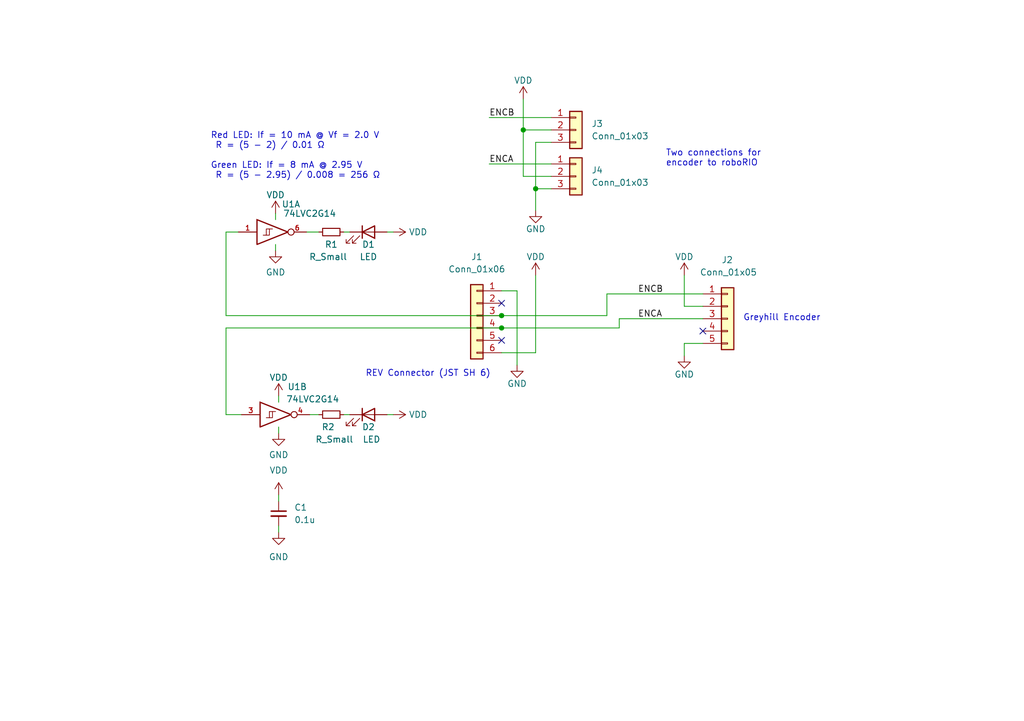
<source format=kicad_sch>
(kicad_sch (version 20211123) (generator eeschema)
  (paper "A5")
  (lib_symbols
    (symbol "74xGxx:74LVC2G14" (pin_names (offset 1.016))
      (property "Reference" "U" (at -2.54 3.81 0))
      (property "Value" "74LVC2G14" (at 0 -3.81 0))
      (symbol "74LVC2G14_0_1"
        (polyline (pts (xy -1.905 -0.635) (xy -1.27 -0.635) (xy -1.27 0.635)))
        (polyline (pts (xy -3.81 2.54) (xy -3.81 -2.54) (xy 2.54 0) (xy -3.81 2.54)) (stroke (width 0.254)))
        (polyline (pts (xy -2.54 -0.635) (xy -1.905 -0.635) (xy -1.905 0.635) (xy -0.635 0.635)))
        (pin power_in line (at 0 -2.54 270) (length 0) hide (name "GND") (number "2"))
        (pin power_in line (at 0 2.54 90) (length 0) hide (name "VCC") (number "5"))
      )
      (symbol "74LVC2G14_1_1"
        (pin input line (at -7.62 0 0) (length 3.81) (name "~") (number "1"))
        (pin output inverted (at 6.35 0 180) (length 3.81) (name "~") (number "6"))
      )
      (symbol "74LVC2G14_2_1"
        (pin input line (at -7.62 0 0) (length 3.81) (name "~") (number "3"))
        (pin output inverted (at 6.35 0 180) (length 3.81) (name "~") (number "4"))
      )
    )
    (symbol "Connector_Generic:Conn_01x03" (pin_names (offset 1.016) hide)
      (property "Reference" "J" (at 0 5.08 0))
      (property "Value" "Conn_01x03" (at 0 -5.08 0))
      (symbol "Conn_01x03_1_1"
        (rectangle (start -1.27 -2.413) (end 0 -2.667) (stroke (width 0.1524)))
        (rectangle (start -1.27 0.127) (end 0 -0.127) (stroke (width 0.1524)))
        (rectangle (start -1.27 2.667) (end 0 2.413) (stroke (width 0.1524)))
        (rectangle (start -1.27 3.81) (end 1.27 -3.81) (stroke (width 0.254)) (fill (type background)))
        (pin passive line (at -5.08 2.54 0) (length 3.81) (name "Pin_1") (number "1"))
        (pin passive line (at -5.08 0 0) (length 3.81) (name "Pin_2") (number "2"))
        (pin passive line (at -5.08 -2.54 0) (length 3.81) (name "Pin_3") (number "3"))
      )
    )
    (symbol "Connector_Generic:Conn_01x05" (pin_names (offset 1.016) hide)
      (property "Reference" "J" (at 0 7.62 0))
      (property "Value" "Conn_01x05" (at 0 -7.62 0))
      (symbol "Conn_01x05_1_1"
        (rectangle (start -1.27 -4.953) (end 0 -5.207) (stroke (width 0.1524)))
        (rectangle (start -1.27 -2.413) (end 0 -2.667) (stroke (width 0.1524)))
        (rectangle (start -1.27 0.127) (end 0 -0.127) (stroke (width 0.1524)))
        (rectangle (start -1.27 2.667) (end 0 2.413) (stroke (width 0.1524)))
        (rectangle (start -1.27 5.207) (end 0 4.953) (stroke (width 0.1524)))
        (rectangle (start -1.27 6.35) (end 1.27 -6.35) (stroke (width 0.254)) (fill (type background)))
        (pin passive line (at -5.08 5.08 0) (length 3.81) (name "Pin_1") (number "1"))
        (pin passive line (at -5.08 2.54 0) (length 3.81) (name "Pin_2") (number "2"))
        (pin passive line (at -5.08 0 0) (length 3.81) (name "Pin_3") (number "3"))
        (pin passive line (at -5.08 -2.54 0) (length 3.81) (name "Pin_4") (number "4"))
        (pin passive line (at -5.08 -5.08 0) (length 3.81) (name "Pin_5") (number "5"))
      )
    )
    (symbol "Connector_Generic:Conn_01x06" (pin_names (offset 1.016) hide)
      (property "Reference" "J" (at 0 7.62 0))
      (property "Value" "Conn_01x06" (at 0 -10.16 0))
      (symbol "Conn_01x06_1_1"
        (rectangle (start -1.27 -7.493) (end 0 -7.747) (stroke (width 0.1524)))
        (rectangle (start -1.27 -4.953) (end 0 -5.207) (stroke (width 0.1524)))
        (rectangle (start -1.27 -2.413) (end 0 -2.667) (stroke (width 0.1524)))
        (rectangle (start -1.27 0.127) (end 0 -0.127) (stroke (width 0.1524)))
        (rectangle (start -1.27 2.667) (end 0 2.413) (stroke (width 0.1524)))
        (rectangle (start -1.27 5.207) (end 0 4.953) (stroke (width 0.1524)))
        (rectangle (start -1.27 6.35) (end 1.27 -8.89) (stroke (width 0.254)) (fill (type background)))
        (pin passive line (at -5.08 5.08 0) (length 3.81) (name "Pin_1") (number "1"))
        (pin passive line (at -5.08 2.54 0) (length 3.81) (name "Pin_2") (number "2"))
        (pin passive line (at -5.08 0 0) (length 3.81) (name "Pin_3") (number "3"))
        (pin passive line (at -5.08 -2.54 0) (length 3.81) (name "Pin_4") (number "4"))
        (pin passive line (at -5.08 -5.08 0) (length 3.81) (name "Pin_5") (number "5"))
        (pin passive line (at -5.08 -7.62 0) (length 3.81) (name "Pin_6") (number "6"))
      )
    )
    (symbol "Device:C_Small" (pin_numbers hide) (pin_names (offset 0.254) hide)
      (property "Reference" "C" (at 0.254 1.778 0))
      (property "Value" "C_Small" (at 0.254 -2.032 0))
      (symbol "C_Small_0_1"
        (polyline (pts (xy -1.524 -0.508) (xy 1.524 -0.508)) (stroke (width 0.3302)))
        (polyline (pts (xy -1.524 0.508) (xy 1.524 0.508)) (stroke (width 0.3048)))
      )
      (symbol "C_Small_1_1"
        (pin passive line (at 0 2.54 270) (length 2.032) (name "~") (number "1"))
        (pin passive line (at 0 -2.54 90) (length 2.032) (name "~") (number "2"))
      )
    )
    (symbol "Device:LED" (pin_numbers hide) (pin_names (offset 1.016) hide)
      (property "Reference" "D" (at 0 2.54 0))
      (property "Value" "LED" (at 0 -2.54 0))
      (symbol "LED_0_1"
        (polyline (pts (xy -1.27 -1.27) (xy -1.27 1.27)) (stroke (width 0.254)))
        (polyline (pts (xy -1.27 0) (xy 1.27 0)))
        (polyline (pts (xy 1.27 -1.27) (xy 1.27 1.27) (xy -1.27 0) (xy 1.27 -1.27)) (stroke (width 0.254)))
        (polyline (pts (xy -3.048 -0.762) (xy -4.572 -2.286) (xy -3.81 -2.286) (xy -4.572 -2.286) (xy -4.572 -1.524)))
        (polyline (pts (xy -1.778 -0.762) (xy -3.302 -2.286) (xy -2.54 -2.286) (xy -3.302 -2.286) (xy -3.302 -1.524)))
      )
      (symbol "LED_1_1"
        (pin passive line (at -3.81 0 0) (length 2.54) (name "K") (number "1"))
        (pin passive line (at 3.81 0 180) (length 2.54) (name "A") (number "2"))
      )
    )
    (symbol "Device:R_Small" (pin_numbers hide) (pin_names (offset 0.254) hide)
      (property "Reference" "R" (at 0.762 0.508 0))
      (property "Value" "R_Small" (at 0.762 -1.016 0))
      (symbol "R_Small_0_1"
        (rectangle (start -0.762 1.778) (end 0.762 -1.778) (stroke (width 0.2032)))
      )
      (symbol "R_Small_1_1"
        (pin passive line (at 0 2.54 270) (length 0.762) (name "~") (number "1"))
        (pin passive line (at 0 -2.54 90) (length 0.762) (name "~") (number "2"))
      )
    )
    (symbol "power:GND" (power) (pin_names (offset 0))
      (property "Value" "GND" (at 0 -3.81 0))
      (symbol "GND_0_1"
        (polyline (pts (xy 0 0) (xy 0 -1.27) (xy 1.27 -1.27) (xy 0 -2.54) (xy -1.27 -1.27) (xy 0 -1.27)))
      )
      (symbol "GND_1_1"
        (pin power_in line (at 0 0 270) (length 0) hide (name "GND") (number "1"))
      )
    )
    (symbol "power:VDD" (power) (pin_names (offset 0))
      (property "Value" "VDD" (at 0 3.81 0))
      (symbol "VDD_0_1"
        (polyline (pts (xy -0.762 1.27) (xy 0 2.54)))
        (polyline (pts (xy 0 0) (xy 0 2.54)))
        (polyline (pts (xy 0 2.54) (xy 0.762 1.27)))
      )
      (symbol "VDD_1_1"
        (pin power_in line (at 0 0 90) (length 0) hide (name "VDD") (number "1"))
      )
    )
  )
  (junction (at 102.87 67.31))
  (junction (at 109.855 38.735))
  (junction (at 102.87 64.77))
  (junction (at 107.315 26.67))
  (no_connect (at 144.145 67.945))
  (no_connect (at 102.87 62.23))
  (no_connect (at 102.87 69.85))
  (wire (pts (xy 124.46 60.325) (xy 144.145 60.325)))
  (wire (pts (xy 109.855 38.735) (xy 113.03 38.735)))
  (wire (pts (xy 57.15 87.63) (xy 57.15 88.9)))
  (wire (pts (xy 107.315 36.195) (xy 107.315 26.67)))
  (wire (pts (xy 127 67.31) (xy 127 65.405)))
  (wire (pts (xy 102.87 72.39) (xy 109.855 72.39)))
  (wire (pts (xy 140.335 70.485) (xy 144.145 70.485)))
  (wire (pts (xy 109.855 56.515) (xy 109.855 72.39)))
  (wire (pts (xy 57.15 81.28) (xy 57.15 82.55)))
  (wire (pts (xy 62.865 47.625) (xy 65.405 47.625)))
  (wire (pts (xy 124.46 64.77) (xy 124.46 60.325)))
  (wire (pts (xy 46.355 85.09) (xy 46.355 67.31)))
  (wire (pts (xy 113.03 29.21) (xy 109.855 29.21)))
  (wire (pts (xy 107.315 26.67) (xy 107.315 20.32)))
  (wire (pts (xy 57.15 107.95) (xy 57.15 109.22)))
  (wire (pts (xy 109.855 43.18) (xy 109.855 38.735)))
  (wire (pts (xy 70.485 47.625) (xy 71.755 47.625)))
  (wire (pts (xy 100.33 33.655) (xy 113.03 33.655)))
  (wire (pts (xy 57.15 101.6) (xy 57.15 102.87)))
  (wire (pts (xy 102.87 59.69) (xy 106.045 59.69)))
  (wire (pts (xy 106.045 59.69) (xy 106.045 74.93)))
  (wire (pts (xy 109.855 29.21) (xy 109.855 38.735)))
  (wire (pts (xy 49.53 85.09) (xy 46.355 85.09)))
  (wire (pts (xy 46.355 47.625) (xy 46.355 64.77)))
  (wire (pts (xy 140.335 73.025) (xy 140.335 70.485)))
  (wire (pts (xy 56.515 50.165) (xy 56.515 51.435)))
  (wire (pts (xy 56.515 43.815) (xy 56.515 45.085)))
  (wire (pts (xy 102.87 64.77) (xy 124.46 64.77)))
  (wire (pts (xy 70.485 85.09) (xy 71.755 85.09)))
  (wire (pts (xy 107.315 26.67) (xy 113.03 26.67)))
  (wire (pts (xy 79.375 47.625) (xy 80.645 47.625)))
  (wire (pts (xy 63.5 85.09) (xy 65.405 85.09)))
  (wire (pts (xy 113.03 36.195) (xy 107.315 36.195)))
  (wire (pts (xy 100.33 24.13) (xy 113.03 24.13)))
  (wire (pts (xy 102.87 67.31) (xy 127 67.31)))
  (wire (pts (xy 140.335 56.515) (xy 140.335 62.865)))
  (wire (pts (xy 46.355 64.77) (xy 102.87 64.77)))
  (wire (pts (xy 48.895 47.625) (xy 46.355 47.625)))
  (wire (pts (xy 79.375 85.09) (xy 80.645 85.09)))
  (wire (pts (xy 46.355 67.31) (xy 102.87 67.31)))
  (wire (pts (xy 127 65.405) (xy 144.145 65.405)))
  (wire (pts (xy 140.335 62.865) (xy 144.145 62.865)))
  (text "REV Connector (JST SH 6)" (at 74.93 77.47 0) (effects (font (size 1.27 1.27)) (justify left bottom)))
  (text "Red LED: If = 10 mA @ Vf = 2.0 V\n R = (5 - 2) / 0.01 Ω\n\nGreen LED: If = 8 mA @ 2.95 V\n R = (5 - 2.95) / 0.008 = 256 Ω" (at 43.18 36.83 0) (effects (font (size 1.27 1.27)) (justify left bottom)))
  (text "Greyhill Encoder" (at 152.4 66.04 0) (effects (font (size 1.27 1.27)) (justify left bottom)))
  (text "Two connections for\nencoder to roboRIO" (at 136.525 34.29 0) (effects (font (size 1.27 1.27)) (justify left bottom)))
  (label "ENCB" (at 130.81 60.325 0))
  (label "ENCB" (at 100.33 24.13 0))
  (label "ENCA" (at 130.81 65.405 0))
  (label "ENCA" (at 100.33 33.655 0))
  (symbol (lib_id "Device:LED") (at 75.565 85.09 0) (unit 1)
    (property "Reference" "D2" (at 75.565 87.63 0))
    (property "Value" "LED" (at 76.2 90.17 0))
    (property "Footprint" "Diode_SMD:D_1206_3216Metric" (effects hide))
  )
  (symbol (lib_id "Device:LED") (at 75.565 47.625 0) (unit 1)
    (property "Reference" "D1" (at 75.565 50.165 0))
    (property "Value" "LED" (at 75.565 52.705 0))
    (property "Footprint" "Diode_SMD:D_1206_3216Metric" (effects hide))
  )
  (symbol (lib_id "power:GND") (at 56.515 51.435 0) (unit 1)
    (property "Reference" "#PWR0101" (effects hide))
    (property "Value" "GND" (at 56.515 55.88 0))
  )
  (symbol (lib_id "Connector_Generic:Conn_01x05") (at 149.225 65.405 0) (unit 1)
    (property "Reference" "J2" (at 147.955 53.34 0) (effects (justify left)))
    (property "Value" "Conn_01x05" (at 143.51 55.88 0) (effects (justify left)))
    (property "Footprint" "Connector_PinHeader_2.54mm:PinHeader_1x05_P2.54mm_Vertical" (effects hide))
  )
  (symbol (lib_id "power:GND") (at 57.15 109.22 0) (unit 1)
    (property "Reference" "#PWR06" (effects hide))
    (property "Value" "GND" (at 57.15 114.3 0))
  )
  (symbol (lib_id "power:GND") (at 57.15 88.9 0) (unit 1)
    (property "Reference" "#PWR0104" (effects hide))
    (property "Value" "GND" (at 57.15 93.345 0))
  )
  (symbol (lib_id "Device:R_Small") (at 67.945 85.09 270) (unit 1)
    (property "Reference" "R2" (at 67.31 87.63 90))
    (property "Value" "R_Small" (at 68.58 90.17 90))
    (property "Footprint" "Resistor_SMD:R_0805_2012Metric" (effects hide))
  )
  (symbol (lib_id "power:VDD") (at 107.315 20.32 0) (unit 1)
    (property "Reference" "#PWR07" (effects hide))
    (property "Value" "VDD" (at 107.315 16.51 0))
  )
  (symbol (lib_id "power:GND") (at 140.335 73.025 0) (unit 1)
    (property "Reference" "#PWR04" (effects hide))
    (property "Value" "GND" (at 140.335 76.835 0))
  )
  (symbol (lib_id "Connector_Generic:Conn_01x06") (at 97.79 64.77 0) (mirror y) (unit 1)
    (property "Reference" "J1" (at 97.79 52.705 0))
    (property "Value" "Conn_01x06" (at 97.79 55.245 0))
    (property "Footprint" "Connector_JST:JST_PH_B6B-PH-SM4-TB_1x06-1MP_P2.00mm_Vertical" (effects hide))
  )
  (symbol (lib_id "power:VDD") (at 140.335 56.515 0) (unit 1)
    (property "Reference" "#PWR03" (effects hide))
    (property "Value" "VDD" (at 140.335 52.705 0))
  )
  (symbol (lib_id "Device:C_Small") (at 57.15 105.41 0) (unit 1)
    (property "Reference" "C1" (at 60.325 104.1462 0) (effects (justify left)))
    (property "Value" "0.1u" (at 60.325 106.6862 0) (effects (justify left)))
    (property "Footprint" "Capacitor_SMD:C_0805_2012Metric" (effects hide))
  )
  (symbol (lib_id "power:VDD") (at 57.15 81.28 0) (unit 1)
    (property "Reference" "#PWR0105" (effects hide))
    (property "Value" "VDD" (at 57.15 77.47 0))
  )
  (symbol (lib_id "power:VDD") (at 57.15 101.6 0) (unit 1)
    (property "Reference" "#PWR05" (effects hide))
    (property "Value" "VDD" (at 57.15 96.52 0))
  )
  (symbol (lib_id "power:VDD") (at 80.645 47.625 270) (unit 1)
    (property "Reference" "#PWR0106" (effects hide))
    (property "Value" "VDD" (at 83.82 47.625 90) (effects (justify left)))
  )
  (symbol (lib_id "power:GND") (at 109.855 43.18 0) (unit 1)
    (property "Reference" "#PWR08" (effects hide))
    (property "Value" "GND" (at 109.855 46.99 0))
  )
  (symbol (lib_id "power:VDD") (at 109.855 56.515 0) (unit 1)
    (property "Reference" "#PWR02" (effects hide))
    (property "Value" "VDD" (at 109.855 52.705 0))
  )
  (symbol (lib_id "Connector_Generic:Conn_01x03") (at 118.11 26.67 0) (unit 1)
    (property "Reference" "J3" (at 121.285 25.3999 0) (effects (justify left)))
    (property "Value" "Conn_01x03" (at 121.285 27.9399 0) (effects (justify left)))
    (property "Footprint" "Connector_PinSocket_2.54mm:PinSocket_1x03_P2.54mm_Vertical" (effects hide))
  )
  (symbol (lib_id "power:VDD") (at 80.645 85.09 270) (unit 1)
    (property "Reference" "#PWR0103" (effects hide))
    (property "Value" "VDD" (at 83.82 85.09 90) (effects (justify left)))
  )
  (symbol (lib_id "power:GND") (at 106.045 74.93 0) (unit 1)
    (property "Reference" "#PWR01" (effects hide))
    (property "Value" "GND" (at 106.045 78.74 0))
  )
  (symbol (lib_id "74xGxx:74LVC2G14") (at 57.15 85.09 0) (unit 2)
    (property "Reference" "U1" (at 60.96 79.375 0))
    (property "Value" "74LVC2G14" (at 64.135 81.915 0))
    (property "Footprint" "Package_TO_SOT_SMD:SOT-363_SC-70-6_Handsoldering" (effects hide))
    (property "Datasheet" "https://www.ti.com/lit/ds/symlink/sn74lvc2g14.pdf" (effects hide))
  )
  (symbol (lib_id "power:VDD") (at 56.515 43.815 0) (unit 1)
    (property "Reference" "#PWR0102" (effects hide))
    (property "Value" "VDD" (at 56.515 40.005 0))
  )
  (symbol (lib_id "Device:R_Small") (at 67.945 47.625 270) (unit 1)
    (property "Reference" "R1" (at 67.945 50.165 90))
    (property "Value" "R_Small" (at 67.31 52.705 90))
    (property "Footprint" "Resistor_SMD:R_0805_2012Metric" (effects hide))
  )
  (symbol (lib_id "Connector_Generic:Conn_01x03") (at 118.11 36.195 0) (unit 1)
    (property "Reference" "J4" (at 121.285 34.9249 0) (effects (justify left)))
    (property "Value" "Conn_01x03" (at 121.285 37.4649 0) (effects (justify left)))
    (property "Footprint" "Connector_PinSocket_2.54mm:PinSocket_1x03_P2.54mm_Vertical" (effects hide))
  )
  (symbol (lib_id "74xGxx:74LVC2G14") (at 56.515 47.625 0) (unit 1)
    (property "Reference" "U1" (at 59.69 41.91 0))
    (property "Value" "74LVC2G14" (at 63.5 43.815 0))
    (property "Footprint" "Package_TO_SOT_SMD:SOT-363_SC-70-6_Handsoldering" (effects hide))
    (property "Datasheet" "https://www.ti.com/lit/ds/symlink/sn74lvc2g14.pdf" (effects hide))
  )
)
</source>
